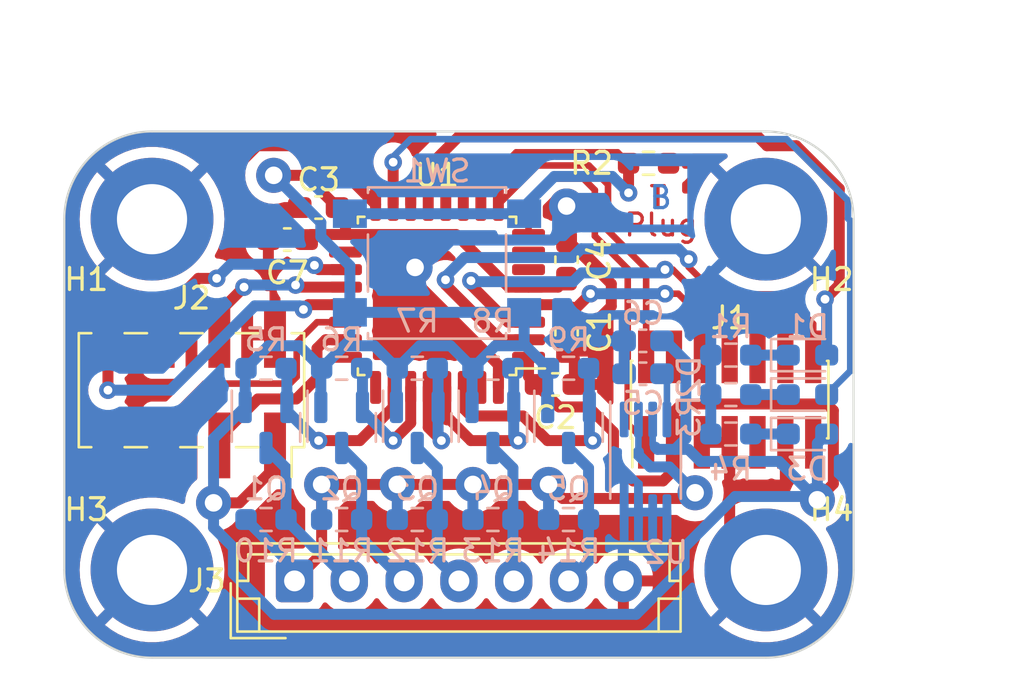
<source format=kicad_pcb>
(kicad_pcb (version 20221018) (generator pcbnew)
  (layers (0 "F.Cu" signal) (31 "B.Cu" signal) (34 "B.Paste" user) (35 "F.Paste" user) (36 "B.SilkS" user "B.Silkscreen") (37 "F.SilkS" user "F.Silkscreen") (38 "B.Mask" user) (39 "F.Mask" user) (44 "Edge.Cuts" user))
  (net 0 "")
  (net 1 "+5V")
  (net 2 "GND")
  (net 3 "+3.3V")
  (net 4 "Net-(D1-K)")
  (net 5 "Player1_LED")
  (net 6 "Net-(D3-K)")
  (net 7 "Status_LED")
  (net 8 "Data_Clock_SNES")
  (net 9 "Data_Latch_SNES")
  (net 10 "Net-(D2-K)")
  (net 11 "Serial_Data1_SNES")
  (net 12 "Serial_Data2_SNES")
  (net 13 "SPI_Chip_Select")
  (net 14 "Chip_Enable")
  (net 15 "SPI_Digital_Input")
  (net 16 "SPI_Clock")
  (net 17 "SPI_Digital_Output")
  (net 18 "IOBit_SNES")
  (net 19 "Data_Clock_STM32")
  (net 20 "Data_Latch_STM32")
  (net 21 "Appairing_Btn")
  (net 22 "Net-(U2-BP)")
  (net 23 "SWDIO")
  (net 24 "SWDCK")
  (net 28 "NRST")
  (net 29 "USART2_RX")
  (net 30 "USART2_TX")
  (net 31 "Serial_Data1_STM32")
  (net 32 "IOBit_STM32")
  (net 33 "Serial_Data2_STM32")
  (footprint "Connector_JST:JST_EH_B7B-EH-A_1x07_P2.50mm_Vertical" (layer "F.Cu") (at 106.5 100.5)
    (fp_text reference "J3")
    (fp_text value "Conn_01x07_Socket")
  )
  (footprint "MountingHole:MountingHole_3.2mm_M3_DIN965_Pad" (layer "F.Cu") (at 128 84)
    (fp_text reference "H2")
    (fp_text value "MountingHole_Pad")
  )
  (footprint "Capacitor_SMD:C_0603_1608Metric_Pad1.08x0.95mm_HandSolder" (layer "F.Cu") (at 106.17 84.93 180)
    (fp_text reference "C7")
    (fp_text value "10u")
  )
  (footprint "Capacitor_SMD:C_0603_1608Metric_Pad1.08x0.95mm_HandSolder" (layer "F.Cu") (at 118.4025 91.54)
    (fp_text reference "C2")
    (fp_text value "100n")
  )
  (footprint "MountingHole:MountingHole_3.2mm_M3_DIN965_Pad" (layer "F.Cu") (at 128 100)
    (fp_text reference "H4")
    (fp_text value "MountingHole_Pad")
  )
  (footprint "Package_QFP:LQFP-32_7x7mm_P0.8mm" (layer "F.Cu") (at 113 87.5 180)
    (fp_text reference "U1")
    (fp_text value "STM32L412KBTx")
  )
  (footprint "MountingHole:MountingHole_3.2mm_M3_DIN965_Pad" (layer "F.Cu") (at 100 84)
    (fp_text reference "H1")
    (fp_text value "MountingHole_Pad")
  )
  (footprint "Connector_PinSocket_2.54mm:PinSocket_2x04_P2.54mm_Vertical_SMD" (layer "F.Cu") (at 101.8 91.8 -90)
    (fp_text reference "J2")
    (fp_text value "Conn_01x08_Socket")
  )
  (footprint "MountingHole:MountingHole_3.2mm_M3_DIN965_Pad" (layer "F.Cu") (at 100 100)
    (fp_text reference "H3")
    (fp_text value "MountingHole_Pad")
  )
  (footprint "Capacitor_SMD:C_0603_1608Metric_Pad1.08x0.95mm_HandSolder" (layer "F.Cu") (at 107.6 83.47 180)
    (fp_text reference "C3")
    (fp_text value "100n")
  )
  (footprint "Capacitor_SMD:C_0603_1608Metric_Pad1.08x0.95mm_HandSolder" (layer "F.Cu") (at 118.91 85.85 90)
    (fp_text reference "C4")
    (fp_text value "100n")
  )
  (footprint "Capacitor_SMD:C_0603_1608Metric_Pad1.08x0.95mm_HandSolder" (layer "F.Cu") (at 118.91 89.1525 90)
    (fp_text reference "C1")
    (fp_text value "100n")
  )
  (footprint "Connector_PinHeader_1.27mm:PinHeader_2x07_P1.27mm_Vertical_SMD" (layer "F.Cu") (at 126.35 92.23 90)
    (fp_text reference "J1")
    (fp_text value "Conn_02x07_Odd_Even")
  )
  (footprint "Resistor_SMD:R_0603_1608Metric_Pad0.98x0.95mm_HandSolder" (layer "F.Cu") (at 122.65 81.45)
    (fp_text reference "R2")
    (fp_text value "10k")
  )
  (footprint "Package_TO_SOT_SMD:SOT-23" (layer "B.Cu") (at 119 93.5 -90)
    (fp_text reference "Q5")
    (fp_text value "2N7002")
  )
  (footprint "Capacitor_SMD:C_0603_1608Metric_Pad1.08x0.95mm_HandSolder" (layer "B.Cu") (at 122.4 89.55 180)
    (fp_text reference "C6")
    (fp_text value "2.2u")
  )
  (footprint "Diode_SMD:D_0603_1608Metric_Pad1.05x0.95mm_HandSolder" (layer "B.Cu") (at 129.9 92)
    (fp_text reference "D2")
    (fp_text value "LED_Small")
  )
  (footprint "Resistor_SMD:R_0603_1608Metric_Pad0.98x0.95mm_HandSolder" (layer "B.Cu") (at 126.4 92 180)
    (fp_text reference "R3")
    (fp_text value "1k")
  )
  (footprint "Resistor_SMD:R_0603_1608Metric_Pad0.98x0.95mm_HandSolder" (layer "B.Cu") (at 119 97.7)
    (fp_text reference "R14")
    (fp_text value "10k")
  )
  (footprint "Package_TO_SOT_SMD:SOT-23" (layer "B.Cu") (at 105.2 93.5 -90)
    (fp_text reference "Q1")
    (fp_text value "2N7002")
  )
  (footprint "Diode_SMD:D_0603_1608Metric_Pad1.05x0.95mm_HandSolder" (layer "B.Cu") (at 129.9 90.2)
    (fp_text reference "D1")
    (fp_text value "LED_Small")
  )
  (footprint "Resistor_SMD:R_0603_1608Metric_Pad0.98x0.95mm_HandSolder" (layer "B.Cu") (at 108.65 90.8)
    (fp_text reference "R6")
    (fp_text value "10k")
  )
  (footprint "Resistor_SMD:R_0603_1608Metric_Pad0.98x0.95mm_HandSolder" (layer "B.Cu") (at 105.2 90.8)
    (fp_text reference "R5")
    (fp_text value "10k")
  )
  (footprint "Capacitor_SMD:C_0603_1608Metric_Pad1.08x0.95mm_HandSolder" (layer "B.Cu") (at 122.4 91.05 180)
    (fp_text reference "C5")
    (fp_text value "470p")
  )
  (footprint "Package_SO:MSOP-8_3x3mm_P0.65mm" (layer "B.Cu") (at 122.5125 95.25 -90)
    (fp_text reference "U2")
    (fp_text value "MIC5219-3.3YMM")
  )
  (footprint "Resistor_SMD:R_0603_1608Metric_Pad0.98x0.95mm_HandSolder" (layer "B.Cu") (at 126.4 93.8 180)
    (fp_text reference "R4")
    (fp_text value "1k")
  )
  (footprint "Resistor_SMD:R_0603_1608Metric_Pad0.98x0.95mm_HandSolder" (layer "B.Cu") (at 105.2 97.7)
    (fp_text reference "R10")
    (fp_text value "10k")
  )
  (footprint "Resistor_SMD:R_0603_1608Metric_Pad0.98x0.95mm_HandSolder" (layer "B.Cu") (at 119 90.8)
    (fp_text reference "R9")
    (fp_text value "10k")
  )
  (footprint "Diode_SMD:D_0603_1608Metric_Pad1.05x0.95mm_HandSolder" (layer "B.Cu") (at 129.9 93.8)
    (fp_text reference "D3")
    (fp_text value "LED")
  )
  (footprint "Resistor_SMD:R_0603_1608Metric_Pad0.98x0.95mm_HandSolder" (layer "B.Cu") (at 112.1 90.8)
    (fp_text reference "R7")
    (fp_text value "10k")
  )
  (footprint "Package_TO_SOT_SMD:SOT-23" (layer "B.Cu") (at 108.65 93.5 -90)
    (fp_text reference "Q2")
    (fp_text value "2N7002")
  )
  (footprint "Resistor_SMD:R_0603_1608Metric_Pad0.98x0.95mm_HandSolder" (layer "B.Cu") (at 112.1 97.7)
    (fp_text reference "R12")
    (fp_text value "10k")
  )
  (footprint "Resistor_SMD:R_0603_1608Metric_Pad0.98x0.95mm_HandSolder" (layer "B.Cu") (at 126.4 90.2 180)
    (fp_text reference "R1")
    (fp_text value "1k")
  )
  (footprint "Button_Switch_SMD:SW_SPST_B3S-1000" (layer "B.Cu") (at 113 86 180)
    (fp_text reference "SW1")
    (fp_text value "SW_SPST")
  )
  (footprint "Package_TO_SOT_SMD:SOT-23" (layer "B.Cu") (at 115.55 93.5 -90)
    (fp_text reference "Q4")
    (fp_text value "2N7002")
  )
  (footprint "Resistor_SMD:R_0603_1608Metric_Pad0.98x0.95mm_HandSolder" (layer "B.Cu") (at 115.55 90.8)
    (fp_text reference "R8")
    (fp_text value "10k")
  )
  (footprint "Resistor_SMD:R_0603_1608Metric_Pad0.98x0.95mm_HandSolder" (layer "B.Cu") (at 115.55 97.7)
    (fp_text reference "R13")
    (fp_text value "10k")
  )
  (footprint "Resistor_SMD:R_0603_1608Metric_Pad0.98x0.95mm_HandSolder" (layer "B.Cu") (at 108.65 97.7)
    (fp_text reference "R11")
    (fp_text value "10k")
  )
  (footprint "Package_TO_SOT_SMD:SOT-23" (layer "B.Cu") (at 112.1 93.5 -90)
    (fp_text reference "Q3")
    (fp_text value "2N7002")
  )
  (gr_arc (start 100 104) (mid 97.171573 102.828427) (end 96 100) (stroke (width 0.1)) (layer "Edge.Cuts"))
  (gr_line (start 128 104) (end 100 104) (stroke (width 0.1)) (layer "Edge.Cuts"))
  (gr_arc (start 96 84) (mid 97.171573 81.171573) (end 100 80) (stroke (width 0.1)) (layer "Edge.Cuts"))
  (gr_arc (start 128 80) (mid 130.828427 81.171573) (end 132 84) (stroke (width 0.1)) (layer "Edge.Cuts"))
  (gr_arc (start 132 100) (mid 130.828427 102.828427) (end 128 104) (stroke (width 0.1)) (layer "Edge.Cuts"))
  (gr_line (start 96 84) (end 96 100) (stroke (width 0.1)) (layer "Edge.Cuts"))
  (gr_line (start 128 80) (end 100 80) (stroke (width 0.1)) (layer "Edge.Cuts"))
  (gr_line (start 132 84) (end 132 100) (stroke (width 0.1)) (layer "Edge.Cuts"))
  (gr_text "Plug" (at 121.45 84.85) (layer "F.Cu") (effects (font (size 1 1)) (justify left bottom)))
  (gr_text "T" (at 122.6 83.6) (layer "F.Cu") (effects (font (size 1 1)) (justify left bottom)))
  (gr_text "B" (at 122.6 83.6) (layer "B.Cu") (effects (font (size 1 1)) (justify left bottom)))
  (segment (start 114.6375 96.1) (end 118.0875 96.1) (width 0.5) (layer "F.Cu") (net 1))
  (segment (start 118.0875 96.1) (end 118.7275 96.74) (width 0.5) (layer "F.Cu") (net 1))
  (segment (start 107.7375 96.1) (end 107.7375 99.2625) (width 0.5) (layer "F.Cu") (net 1))
  (segment (start 124.514323 96.74) (end 124.774821 96.479502) (width 0.5) (layer "F.Cu") (net 1))
  (segment (start 118.7275 96.74) (end 124.514323 96.74) (width 0.5) (layer "F.Cu") (net 1))
  (segment (start 107.7375 96.1) (end 111.1875 96.1) (width 0.5) (layer "F.Cu") (net 1))
  (segment (start 114.6375 96.1) (end 111.1875 96.1) (width 0.5) (layer "F.Cu") (net 1))
  (segment (start 107.7375 99.2625) (end 106.5 100.5) (width 0.5) (layer "F.Cu") (net 1))
  (via (at 107.7375 96.1) (size 1.6) (drill 0.8) (layers "F.Cu" "B.Cu") (net 1))
  (via (at 118.0875 96.1) (size 1.6) (drill 0.8) (layers "F.Cu" "B.Cu") (net 1))
  (via (at 114.6375 96.1) (size 1.6) (drill 0.8) (layers "F.Cu" "B.Cu") (net 1))
  (via (at 124.774821 96.479502) (size 1.6) (drill 0.8) (layers "F.Cu" "B.Cu") (net 1))
  (via (at 111.1875 96.1) (size 1.6) (drill 0.8) (layers "F.Cu" "B.Cu") (net 1))
  (segment (start 106.5 100.5) (end 106.5 99.9125) (width 0.5) (layer "B.Cu") (net 1))
  (segment (start 106.5 99.9125) (end 104.2875 97.7) (width 0.5) (layer "B.Cu") (net 1))
  (segment (start 122.1875 94.75887) (end 122.1875 94.61745) (width 0.5) (layer "B.Cu") (net 1))
  (segment (start 124.774821 96.479502) (end 123.595319 95.3) (width 0.5) (layer "B.Cu") (net 1))
  (segment (start 114.6375 96.1) (end 114.6375 97.7) (width 0.5) (layer "B.Cu") (net 1))
  (segment (start 122.1875 93.1375) (end 122.1875 94.61745) (width 0.3) (layer "B.Cu") (net 1))
  (segment (start 111.1875 96.1) (end 111.1875 97.7) (width 0.5) (layer "B.Cu") (net 1))
  (segment (start 107.7375 97.7) (end 107.7375 96.1) (width 0.5) (layer "B.Cu") (net 1))
  (segment (start 122.72863 95.3) (end 122.1875 94.75887) (width 0.5) (layer "B.Cu") (net 1))
  (segment (start 123.595319 95.3) (end 122.72863 95.3) (width 0.5) (layer "B.Cu") (net 1))
  (segment (start 118.0875 96.1) (end 118.0875 97.7) (width 0.5) (layer "B.Cu") (net 1))
  (segment (start 126.35 94.18) (end 126.35 98.35) (width 0.5) (layer "F.Cu") (net 2))
  (segment (start 118.91 83.4) (end 118.91 84.9875) (width 0.5) (layer "F.Cu") (net 2))
  (segment (start 115.8 91.675) (end 115.8 90.644003) (width 0.5) (layer "F.Cu") (net 2))
  (segment (start 103.65 83.2725) (end 105.3075 84.93) (width 0.5) (layer "F.Cu") (net 2))
  (segment (start 120.950393 87.974607) (end 120.950393 86.950393) (width 0.5) (layer "F.Cu") (net 2))
  (segment (start 126.35 98.35) (end 128 100) (width 0.5) (layer "F.Cu") (net 2))
  (segment (start 118.91 90.015) (end 120.950393 87.974607) (width 0.5) (layer "F.Cu") (net 2))
  (segment (start 119.265 90.37) (end 118.91 90.015) (width 0.5) (layer "F.Cu") (net 2))
  (segment (start 107.525 80.65) (end 104.8 80.65) (width 0.5) (layer "F.Cu") (net 2))
  (segment (start 112 86.844003) (end 112 86.2) (width 0.5) (layer "F.Cu") (net 2))
  (segment (start 118.9875 84.9875) (end 118.91 84.9875) (width 0.5) (layer "F.Cu") (net 2))
  (segment (start 119.265 91.54) (end 119.265 90.37) (width 0.5) (layer "F.Cu") (net 2))
  (segment (start 104.8 80.65) (end 103.65 81.8) (width 0.5) (layer "F.Cu") (net 2))
  (segment (start 115.8 90.644003) (end 112 86.844003) (width 0.5) (layer "F.Cu") (net 2))
  (segment (start 110.2 83.325) (end 107.525 80.65) (width 0.5) (layer "F.Cu") (net 2))
  (segment (start 120.950393 86.950393) (end 118.9875 84.9875) (width 0.5) (layer "F.Cu") (net 2))
  (segment (start 103.65 81.8) (end 103.65 83.2725) (width 0.5) (layer "F.Cu") (net 2))
  (via (at 112 86.2) (size 1.6) (drill 0.8) (layers "F.Cu" "B.Cu") (net 2))
  (via (at 118.91 83.4) (size 1.6) (drill 0.8) (layers "F.Cu" "B.Cu") (net 2))
  (segment (start 118.91 83.4) (end 118.91 84.34) (width 0.5) (layer "B.Cu") (net 2))
  (segment (start 118.3 84.95) (end 113.25 84.95) (width 0.5) (layer "B.Cu") (net 2))
  (segment (start 118.91 84.34) (end 118.3 84.95) (width 0.5) (layer "B.Cu") (net 2))
  (segment (start 113.25 84.95) (end 112 86.2) (width 0.5) (layer "B.Cu") (net 2))
  (segment (start 117.175 90.3) (end 117.175 91.175) (width 0.5) (layer "F.Cu") (net 3))
  (segment (start 106.9925 82) (end 108.4625 83.47) (width 0.5) (layer "F.Cu") (net 3))
  (segment (start 131.08 92.73) (end 131.08 96.07) (width 0.5) (layer "F.Cu") (net 3))
  (segment (start 124.16 92.43) (end 130.78 92.43) (width 0.5) (layer "F.Cu") (net 3))
  (segment (start 121.05 93.706497) (end 119.908503 92.565) (width 0.5) (layer "F.Cu") (net 3))
  (segment (start 119.908503 92.565) (end 118.565 92.565) (width 0.5) (layer "F.Cu") (net 3))
  (segment (start 121.05 95.039999) (end 121.05 93.706497) (width 0.5) (layer "F.Cu") (net 3))
  (segment (start 117.175 91.175) (end 117.54 91.54) (width 0.5) (layer "F.Cu") (net 3))
  (segment (start 123.81 94.18) (end 123.81 92.78) (width 0.5) (layer "F.Cu") (net 3))
  (segment (start 116.270406 87.1) (end 113.870406 84.7) (width 0.5) (layer "F.Cu") (net 3))
  (segment (start 123.31 95.94) (end 121.950001 95.94) (width 0.5) (layer "F.Cu") (net 3))
  (segment (start 117.175 87.1) (end 118.5225 87.1) (width 0.5) (layer "F.Cu") (net 3))
  (segment (start 105.55 82) (end 106.9925 82) (width 0.5) (layer "F.Cu") (net 3))
  (segment (start 123.81 95.44) (end 123.31 95.94) (width 0.5) (layer "F.Cu") (net 3))
  (segment (start 123.81 94.18) (end 123.81 95.44) (width 0.5) (layer "F.Cu") (net 3))
  (segment (start 108.825 84.7) (end 108.825 83.8325) (width 0.5) (layer "F.Cu") (net 3))
  (segment (start 113.870406 84.7) (end 108.825 84.7) (width 0.5) (layer "F.Cu") (net 3))
  (segment (start 123.81 92.78) (end 124.16 92.43) (width 0.5) (layer "F.Cu") (net 3))
  (segment (start 131.08 96.07) (end 130.35 96.8) (width 0.5) (layer "F.Cu") (net 3))
  (segment (start 108.825 83.8325) (end 108.4625 83.47) (width 0.5) (layer "F.Cu") (net 3))
  (segment (start 108.825 84.7) (end 107.2625 84.7) (width 0.5) (layer "F.Cu") (net 3))
  (segment (start 105.61 95.32) (end 103.990755 96.939245) (width 0.5) (layer "F.Cu") (net 3))
  (segment (start 118.5225 87.1) (end 118.91 86.7125) (width 0.5) (layer "F.Cu") (net 3))
  (segment (start 130.78 92.43) (end 131.08 92.73) (width 0.5) (layer "F.Cu") (net 3))
  (segment (start 107.2625 84.7) (end 107.0325 84.93) (width 0.5) (layer "F.Cu") (net 3))
  (segment (start 117.175 87.1) (end 116.270406 87.1) (width 0.5) (layer "F.Cu") (net 3))
  (segment (start 105.61 94.32) (end 105.61 95.32) (width 0.5) (layer "F.Cu") (net 3))
  (segment (start 118.565 92.565) (end 117.54 91.54) (width 0.5) (layer "F.Cu") (net 3))
  (segment (start 103.990755 96.939245) (end 102.807144 96.939245) (width 0.5) (layer "F.Cu") (net 3))
  (segment (start 121.950001 95.94) (end 121.05 95.039999) (width 0.5) (layer "F.Cu") (net 3))
  (via (at 105.55 82) (size 1.6) (drill 0.8) (layers "F.Cu" "B.Cu") (net 3))
  (via (at 102.807144 96.939245) (size 1.6) (drill 0.8) (layers "F.Cu" "B.Cu") (net 3))
  (via (at 130.35 96.8) (size 1.6) (drill 0.8) (layers "F.Cu" "B.Cu") (net 3))
  (segment (start 116.975 89.711307) (end 117.038693 89.775) (width 0.5) (layer "B.Cu") (net 3))
  (segment (start 116.975 88.25) (end 116.975 89.711307) (width 0.5) (layer "B.Cu") (net 3))
  (segment (start 111.15 92.5625) (end 111.15 90.8375) (width 0.5) (layer "B.Cu") (net 3))
  (segment (start 107.7 90.8375) (end 107.7375 90.8) (width 0.5) (layer "B.Cu") (net 3))
  (segment (start 108.7625 89.775) (end 107.7375 90.8) (width 0.5) (layer "B.Cu") (net 3))
  (segment (start 114.6375 90.8) (end 113.6125 89.775) (width 0.5) (layer "B.Cu") (net 3))
  (segment (start 113.6125 89.775) (end 112.2125 89.775) (width 0.5) (layer "B.Cu") (net 3))
  (segment (start 123.856739 94.5) (end 124.466307 94.5) (width 0.5) (layer "B.Cu") (net 3))
  (segment (start 109.025 89.5125) (end 108.7625 89.775) (width 0.5) (layer "B.Cu") (net 3))
  (segment (start 130.2 96.65) (end 126.6 96.65) (width 0.5) (layer "B.Cu") (net 3))
  (segment (start 126.6 96.65) (end 124.275 98.975) (width 0.5) (layer "B.Cu") (net 3))
  (segment (start 111.1875 90.8) (end 111.163693 90.8) (width 0.5) (layer "B.Cu") (net 3))
  (segment (start 130.35 94.225) (end 130.775 93.8) (width 0.5) (layer "B.Cu") (net 3))
  (segment (start 114.6 90.8375) (end 114.6375 90.8) (width 0.5) (layer "B.Cu") (net 3))
  (segment (start 125.016307 95.05) (end 128.6 95.05) (width 0.5) (layer "B.Cu") (net 3))
  (segment (start 103.711307 98.973691) (end 102.807144 98.069528) (width 0.5) (layer "B.Cu") (net 3))
  (segment (start 111.163693 90.8) (end 110.138693 89.775) (width 0.5) (layer "B.Cu") (net 3))
  (segment (start 122.079899 102.025) (end 105.568629 102.025) (width 0.5) (layer "B.Cu") (net 3))
  (segment (start 130.35 96.8) (end 130.35 94.225) (width 0.5) (layer "B.Cu") (net 3))
  (segment (start 130.35 96.8) (end 130.2 96.65) (width 0.5) (layer "B.Cu") (net 3))
  (segment (start 109.025 88.25) (end 116.975 88.25) (width 0.5) (layer "B.Cu") (net 3))
  (segment (start 106.7125 89.775) (end 105.3125 89.775) (width 0.5) (layer "B.Cu") (net 3))
  (segment (start 105.55 82) (end 107.7 84.15) (width 0.5) (layer "B.Cu") (net 3))
  (segment (start 122.96 94.4) (end 122.8375 94.2775) (width 0.3) (layer "B.Cu") (net 3))
  (segment (start 104.25 90.8375) (end 104.2875 90.8) (width 0.5) (layer "B.Cu") (net 3))
  (segment (start 124.275 99.829899) (end 122.079899 102.025) (width 0.5) (layer "B.Cu") (net 3))
  (segment (start 122.96 94.4) (end 123.06 94.5) (width 0.5) (layer "B.Cu") (net 3))
  (segment (start 128.6 95.05) (end 130.35 96.8) (width 0.5) (layer "B.Cu") (net 3))
  (segment (start 109.025 86.125) (end 109.025 88.25) (width 0.5) (layer "B.Cu") (net 3))
  (segment (start 117.038693 89.775) (end 115.6625 89.775) (width 0.5) (layer "B.Cu") (net 3))
  (segment (start 115.6625 89.775) (end 114.6375 90.8) (width 0.5) (layer "B.Cu") (net 3))
  (segment (start 124.275 98.975) (end 124.275 99.829899) (width 0.5) (layer "B.Cu") (net 3))
  (segment (start 105.3125 89.775) (end 104.2875 90.8) (width 0.5) (layer "B.Cu") (net 3))
  (segment (start 123.06 94.5) (end 123.856739 94.5) (width 0.5) (layer "B.Cu") (net 3))
  (segment (start 124.35 90.486307) (end 123.413693 89.55) (width 0.5) (layer "B.Cu") (net 3))
  (segment (start 107.7375 90.8) (end 106.7125 89.775) (width 0.5) (layer "B.Cu") (net 3))
  (segment (start 110.138693 89.775) (end 108.7625 89.775) (width 0.5) (layer "B.Cu") (net 3))
  (segment (start 104.25 92.5625) (end 104.25 90.8375) (width 0.5) (layer "B.Cu") (net 3))
  (segment (start 123.413693 89.55) (end 123.2625 89.55) (width 0.5) (layer "B.Cu") (net 3))
  (segment (start 118.05 90.8375) (end 118.0875 90.8) (width 0.5) (layer "B.Cu") (net 3))
  (segment (start 109.025 88.25) (end 109.025 89.5125) (width 0.5) (layer "B.Cu") (net 3))
  (segment (start 124.35 90.486307) (end 124.35 94.006739) (width 0.5) (layer "B.Cu") (net 3))
  (segment (start 122.8375 94.2775) (end 122.8375 93.1375) (width 0.3) (layer "B.Cu") (net 3))
  (segment (start 107.7 84.15) (end 107.7 84.8) (width 0.5) (layer "B.Cu") (net 3))
  (segment (start 124.35 94.006739) (end 123.856739 94.5) (width 0.5) (layer "B.Cu") (net 3))
  (segment (start 112.2125 89.775) (end 111.1875 90.8) (width 0.5) (layer "B.Cu") (net 3))
  (segment (start 107.7 92.5625) (end 107.7 90.8375) (width 0.5) (layer "B.Cu") (net 3))
  (segment (start 124.466307 94.5) (end 125.016307 95.05) (width 0.5) (layer "B.Cu") (net 3))
  (segment (start 103.711307 100.167678) (end 103.711307 98.973691) (width 0.5) (layer "B.Cu") (net 3))
  (segment (start 102.807144 94.005356) (end 104.25 92.5625) (width 0.5) (layer "B.Cu") (net 3))
  (segment (start 102.807144 98.069528) (end 102.807144 96.939245) (width 0.5) (layer "B.Cu") (net 3))
  (segment (start 111.15 90.8375) (end 111.1875 90.8) (width 0.5) (layer "B.Cu") (net 3))
  (segment (start 114.6 92.5625) (end 114.6 90.8375) (width 0.5) (layer "B.Cu") (net 3))
  (segment (start 118.0875 90.8) (end 118.063693 90.8) (width 0.5) (layer "B.Cu") (net 3))
  (segment (start 105.568629 102.025) (end 103.711307 100.167678) (width 0.5) (layer "B.Cu") (net 3))
  (segment (start 107.7 84.8) (end 109.025 86.125) (width 0.5) (layer "B.Cu") (net 3))
  (segment (start 102.807144 96.939245) (end 102.807144 94.005356) (width 0.5) (layer "B.Cu") (net 3))
  (segment (start 118.063693 90.8) (end 117.038693 89.775) (width 0.5) (layer "B.Cu") (net 3))
  (segment (start 118.05 92.5625) (end 118.05 90.8375) (width 0.5) (layer "B.Cu") (net 3))
  (segment (start 127.3125 90.2) (end 129.025 90.2) (width 0.5) (layer "B.Cu") (net 4))
  (segment (start 111.8 83.325) (end 111.8 82.420406) (width 0.5) (layer "F.Cu") (net 5))
  (segment (start 128.05 80.65) (end 129.387616 80.65) (width 0.5) (layer "F.Cu") (net 5))
  (segment (start 129.387616 80.65) (end 131.35 82.612384) (width 0.5) (layer "F.Cu") (net 5))
  (segment (start 113.970406 80.25) (end 127.65 80.25) (width 0.5) (layer "F.Cu") (net 5))
  (segment (start 131.35 87) (end 130.7 87.65) (width 0.5) (layer "F.Cu") (net 5))
  (segment (start 111.8 82.420406) (end 113.970406 80.25) (width 0.5) (layer "F.Cu") (net 5))
  (segment (start 131.35 82.612384) (end 131.35 87) (width 0.5) (layer "F.Cu") (net 5))
  (segment (start 127.65 80.25) (end 128.05 80.65) (width 0.5) (layer "F.Cu") (net 5))
  (via (at 130.7 87.65) (size 0.8) (drill 0.4) (layers "F.Cu" "B.Cu") (net 5))
  (segment (start 130.775 87.725) (end 130.7 87.65) (width 0.5) (layer "B.Cu") (net 5))
  (segment (start 130.775 90.2) (end 130.775 87.725) (width 0.5) (layer "B.Cu") (net 5))
  (segment (start 127.3125 93.8) (end 129.025 93.8) (width 0.5) (layer "B.Cu") (net 6))
  (segment (start 111 83.325) (end 111 81.4) (width 0.5) (layer "F.Cu") (net 7))
  (via (at 111 81.4) (size 0.8) (drill 0.4) (layers "F.Cu" "B.Cu") (net 7))
  (segment (start 111 81.4) (end 111 81.147918) (width 0.3) (layer "B.Cu") (net 7))
  (segment (start 131.85 84.070198) (end 131.85 90.925) (width 0.3) (layer "B.Cu") (net 7))
  (segment (start 131.749442 83.153247) (end 131.749442 83.96964) (width 0.3) (layer "B.Cu") (net 7))
  (segment (start 128.946195 80.35) (end 131.749442 83.153247) (width 0.3) (layer "B.Cu") (net 7))
  (segment (start 111.797918 80.35) (end 128.946195 80.35) (width 0.3) (layer "B.Cu") (net 7))
  (segment (start 111 81.147918) (end 111.797918 80.35) (width 0.3) (layer "B.Cu") (net 7))
  (segment (start 131.85 90.925) (end 130.775 92) (width 0.3) (layer "B.Cu") (net 7))
  (segment (start 131.749442 83.96964) (end 131.85 84.070198) (width 0.3) (layer "B.Cu") (net 7))
  (segment (start 106.1125 95.35) (end 105.2 94.4375) (width 0.5) (layer "B.Cu") (net 8))
  (segment (start 106.1125 97.7) (end 106.1125 95.35) (width 0.5) (layer "B.Cu") (net 8))
  (segment (start 106.1125 97.7) (end 107.3875 98.975) (width 0.5) (layer "B.Cu") (net 8))
  (segment (start 107.475 98.975) (end 109 100.5) (width 0.5) (layer "B.Cu") (net 8))
  (segment (start 107.3875 98.975) (end 107.475 98.975) (width 0.5) (layer "B.Cu") (net 8))
  (segment (start 109.5625 97.7) (end 109.5625 95.35) (width 0.5) (layer "B.Cu") (net 9))
  (segment (start 109.5625 97.7) (end 109.5625 98.5625) (width 0.5) (layer "B.Cu") (net 9))
  (segment (start 109.5625 95.35) (end 108.65 94.4375) (width 0.5) (layer "B.Cu") (net 9))
  (segment (start 109.5625 98.5625) (end 111.5 100.5) (width 0.5) (layer "B.Cu") (net 9))
  (segment (start 129.025 92) (end 127.3125 92) (width 0.5) (layer "B.Cu") (net 10))
  (segment (start 113.0125 97.7) (end 113.0125 99.5125) (width 0.5) (layer "B.Cu") (net 11))
  (segment (start 113.0125 97.7) (end 113.0125 95.35) (width 0.5) (layer "B.Cu") (net 11))
  (segment (start 113.0125 99.5125) (end 114 100.5) (width 0.5) (layer "B.Cu") (net 11))
  (segment (start 113.0125 95.35) (end 112.1 94.4375) (width 0.5) (layer "B.Cu") (net 11))
  (segment (start 116.4625 100.4625) (end 116.5 100.5) (width 0.5) (layer "B.Cu") (net 12))
  (segment (start 116.4625 97.7) (end 116.4625 100.4625) (width 0.5) (layer "B.Cu") (net 12))
  (segment (start 116.4625 97.7) (end 116.4625 95.35) (width 0.5) (layer "B.Cu") (net 12))
  (segment (start 116.4625 95.35) (end 115.55 94.4375) (width 0.5) (layer "B.Cu") (net 12))
  (segment (start 103.07 93.96) (end 103.07 94.32) (width 0.5) (layer "F.Cu") (net 13))
  (segment (start 107.920406 89.5) (end 107.525 89.895406) (width 0.5) (layer "F.Cu") (net 13))
  (segment (start 106.579949 92.2) (end 104.83 92.2) (width 0.5) (layer "F.Cu") (net 13))
  (segment (start 107.525 89.895406) (end 107.525 91.254949) (width 0.5) (layer "F.Cu") (net 13))
  (segment (start 104.83 92.2) (end 103.07 93.96) (width 0.5) (layer "F.Cu") (net 13))
  (segment (start 107.525 91.254949) (end 106.579949 92.2) (width 0.5) (layer "F.Cu") (net 13))
  (segment (start 108.825 89.5) (end 107.920406 89.5) (width 0.5) (layer "F.Cu") (net 13))
  (segment (start 106.549116 87.003819) (end 106.645297 87.1) (width 0.5) (layer "F.Cu") (net 14))
  (segment (start 106.645297 87.1) (end 108.825 87.1) (width 0.5) (layer "F.Cu") (net 14))
  (segment (start 103.07 89.28) (end 103.07 88.226314) (width 0.5) (layer "F.Cu") (net 14))
  (segment (start 103.07 88.226314) (end 104.196314 87.1) (width 0.5) (layer "F.Cu") (net 14))
  (via (at 106.549116 87.003819) (size 0.8) (drill 0.4) (layers "F.Cu" "B.Cu") (net 14))
  (via (at 104.196314 87.1) (size 0.8) (drill 0.4) (layers "F.Cu" "B.Cu") (net 14))
  (segment (start 106.549116 87.003819) (end 104.292495 87.003819) (width 0.5) (layer "B.Cu") (net 14))
  (segment (start 104.292495 87.003819) (end 104.196314 87.1) (width 0.5) (layer "B.Cu") (net 14))
  (segment (start 106.907615 88.12101) (end 107.128625 87.9) (width 0.5) (layer "F.Cu") (net 15))
  (segment (start 107.128625 87.9) (end 108.825 87.9) (width 0.5) (layer "F.Cu") (net 15))
  (segment (start 97.99 91.8) (end 97.99 89.28) (width 0.5) (layer "F.Cu") (net 15))
  (via (at 106.907615 88.12101) (size 0.8) (drill 0.4) (layers "F.Cu" "B.Cu") (net 15))
  (via (at 97.99 91.8) (size 0.8) (drill 0.4) (layers "F.Cu" "B.Cu") (net 15))
  (segment (start 106.740424 87.953819) (end 104.685998 87.953819) (width 0.5) (layer "B.Cu") (net 15))
  (segment (start 106.907615 88.12101) (end 106.740424 87.953819) (width 0.5) (layer "B.Cu") (net 15))
  (segment (start 104.685998 87.953819) (end 100.839817 91.8) (width 0.5) (layer "B.Cu") (net 15))
  (segment (start 100.839817 91.8) (end 97.99 91.8) (width 0.5) (layer "B.Cu") (net 15))
  (segment (start 102.11 86.7) (end 102.95 86.7) (width 0.5) (layer "F.Cu") (net 16))
  (segment (start 107.408225 86.101436) (end 107.606789 86.3) (width 0.5) (layer "F.Cu") (net 16))
  (segment (start 100.53 88.28) (end 102.11 86.7) (width 0.5) (layer "F.Cu") (net 16))
  (segment (start 100.53 89.28) (end 100.53 88.28) (width 0.5) (layer "F.Cu") (net 16))
  (segment (start 107.606789 86.3) (end 108.825 86.3) (width 0.5) (layer "F.Cu") (net 16))
  (via (at 107.408225 86.101436) (size 0.8) (drill 0.4) (layers "F.Cu" "B.Cu") (net 16))
  (via (at 102.95 86.7) (size 0.8) (drill 0.4) (layers "F.Cu" "B.Cu") (net 16))
  (segment (start 107.360608 86.053819) (end 103.596181 86.053819) (width 0.5) (layer "B.Cu") (net 16))
  (segment (start 107.408225 86.101436) (end 107.360608 86.053819) (width 0.5) (layer "B.Cu") (net 16))
  (segment (start 103.596181 86.053819) (end 102.95 86.7) (width 0.5) (layer "B.Cu") (net 16))
  (segment (start 107.53 88.7) (end 106.6 89.63) (width 0.3) (layer "F.Cu") (net 17))
  (segment (start 106.29 91.5) (end 102.4 91.5) (width 0.3) (layer "F.Cu") (net 17))
  (segment (start 108.825 88.7) (end 107.53 88.7) (width 0.3) (layer "F.Cu") (net 17))
  (segment (start 100.53 93.37) (end 100.53 94.32) (width 0.3) (layer "F.Cu") (net 17))
  (segment (start 106.6 91.19) (end 106.29 91.5) (width 0.3) (layer "F.Cu") (net 17))
  (segment (start 106.6 89.63) (end 106.6 91.19) (width 0.3) (layer "F.Cu") (net 17))
  (segment (start 102.4 91.5) (end 100.53 93.37) (width 0.3) (layer "F.Cu") (net 17))
  (segment (start 119.9125 97.7) (end 119.9125 95.35) (width 0.5) (layer "B.Cu") (net 18))
  (segment (start 119.9125 95.35) (end 119 94.4375) (width 0.5) (layer "B.Cu") (net 18))
  (segment (start 119.9125 97.7) (end 119.9125 99.5875) (width 0.5) (layer "B.Cu") (net 18))
  (segment (start 119.9125 99.5875) (end 119 100.5) (width 0.5) (layer "B.Cu") (net 18))
  (segment (start 107.6 94.1) (end 109.479594 94.1) (width 0.5) (layer "F.Cu") (net 19))
  (segment (start 111 92.579594) (end 111 91.675) (width 0.5) (layer "F.Cu") (net 19))
  (segment (start 109.479594 94.1) (end 111 92.579594) (width 0.5) (layer "F.Cu") (net 19))
  (via (at 107.6 94.1) (size 0.8) (drill 0.4) (layers "F.Cu" "B.Cu") (net 19))
  (segment (start 106.15 92.5625) (end 106.15 92.739949) (width 0.5) (layer "B.Cu") (net 19))
  (segment (start 107.510051 94.1) (end 107.6 94.1) (width 0.5) (layer "B.Cu") (net 19))
  (segment (start 106.15 92.739949) (end 107.510051 94.1) (width 0.5) (layer "B.Cu") (net 19))
  (segment (start 106.15 92.5625) (end 106.15 90.8375) (width 0.5) (layer "B.Cu") (net 19))
  (segment (start 106.15 90.8375) (end 106.1125 90.8) (width 0.5) (layer "B.Cu") (net 19))
  (segment (start 111.8 93.3) (end 111.8 91.675) (width 0.5) (layer "F.Cu") (net 20))
  (segment (start 111 94.1) (end 111.8 93.3) (width 0.5) (layer "F.Cu") (net 20))
  (via (at 111 94.1) (size 0.8) (drill 0.4) (layers "F.Cu" "B.Cu") (net 20))
  (segment (start 111 94.1) (end 110.960051 94.1) (width 0.5) (layer "B.Cu") (net 20))
  (segment (start 109.6 90.8375) (end 109.5625 90.8) (width 0.5) (layer "B.Cu") (net 20))
  (segment (start 109.6 92.5625) (end 109.6 90.8375) (width 0.5) (layer "B.Cu") (net 20))
  (segment (start 110.960051 94.1) (end 109.6 92.739949) (width 0.5) (layer "B.Cu") (net 20))
  (segment (start 109.6 92.739949) (end 109.6 92.5625) (width 0.5) (layer "B.Cu") (net 20))
  (segment (start 116.611827 80.95) (end 121.2375 80.95) (width 0.3) (layer "F.Cu") (net 21))
  (segment (start 115 82.561827) (end 116.611827 80.95) (width 0.3) (layer "F.Cu") (net 21))
  (segment (start 121.7375 81.45) (end 121.7375 82.798431) (width 0.5) (layer "F.Cu") (net 21))
  (segment (start 115 83.325) (end 115 82.561827) (width 0.3) (layer "F.Cu") (net 21))
  (segment (start 121.2375 80.95) (end 121.7375 81.45) (width 0.3) (layer "F.Cu") (net 21))
  (via (at 121.7375 82.798431) (size 0.8) (drill 0.4) (layers "F.Cu" "B.Cu") (net 21))
  (segment (start 118.350811 82.05) (end 120.989069 82.05) (width 0.5) (layer "B.Cu") (net 21))
  (segment (start 120.989069 82.05) (end 121.7375 82.798431) (width 0.5) (layer "B.Cu") (net 21))
  (segment (start 116.975 83.75) (end 116.975 83.425811) (width 0.5) (layer "B.Cu") (net 21))
  (segment (start 116.975 83.75) (end 109.025 83.75) (width 0.5) (layer "B.Cu") (net 21))
  (segment (start 116.975 83.425811) (end 118.350811 82.05) (width 0.5) (layer "B.Cu") (net 21))
  (segment (start 123.4875 93.1375) (end 123.4875 91.275) (width 0.3) (layer "B.Cu") (net 22))
  (segment (start 123.4875 91.275) (end 123.2625 91.05) (width 0.3) (layer "B.Cu") (net 22))
  (segment (start 122.54 86.2592) (end 120.8 84.5192) (width 0.3) (layer "F.Cu") (net 23))
  (segment (start 120.8 84.5192) (end 120.8 82.423705) (width 0.3) (layer "F.Cu") (net 23))
  (segment (start 117.575 81.55) (end 115.8 83.325) (width 0.3) (layer "F.Cu") (net 23))
  (segment (start 122.54 90.28) (end 122.54 86.2592) (width 0.3) (layer "F.Cu") (net 23))
  (segment (start 119.926295 81.55) (end 117.575 81.55) (width 0.3) (layer "F.Cu") (net 23))
  (segment (start 120.8 82.423705) (end 119.926295 81.55) (width 0.3) (layer "F.Cu") (net 23))
  (segment (start 117.175 83.117233) (end 117.175 84.7) (width 0.3) (layer "F.Cu") (net 24))
  (segment (start 121.7 93.34) (end 121.7 86.267728) (width 0.3) (layer "F.Cu") (net 24))
  (segment (start 122.54 94.18) (end 121.7 93.34) (width 0.3) (layer "F.Cu") (net 24))
  (segment (start 120.2 84.767728) (end 120.2 82.672233) (width 0.3) (layer "F.Cu") (net 24))
  (segment (start 121.7 86.267728) (end 120.2 84.767728) (width 0.3) (layer "F.Cu") (net 24))
  (segment (start 119.677767 82.15) (end 118.142233 82.15) (width 0.3) (layer "F.Cu") (net 24))
  (segment (start 120.2 82.672233) (end 119.677767 82.15) (width 0.3) (layer "F.Cu") (net 24))
  (segment (start 118.142233 82.15) (end 117.175 83.117233) (width 0.3) (layer "F.Cu") (net 24))
  (segment (start 118.91 88.29) (end 119.110893 88.29) (width 0.5) (layer "F.Cu") (net 28))
  (segment (start 124.005026 87.4) (end 123.4 87.4) (width 0.3) (layer "F.Cu") (net 28))
  (segment (start 118.52 87.9) (end 117.175 87.9) (width 0.5) (layer "F.Cu") (net 28))
  (segment (start 127.62 90.28) (end 127.62 89.08) (width 0.3) (layer "F.Cu") (net 28))
  (segment (start 118.91 88.29) (end 118.52 87.9) (width 0.5) (layer "F.Cu") (net 28))
  (segment (start 127.62 89.08) (end 127.17 88.63) (width 0.3) (layer "F.Cu") (net 28))
  (segment (start 127.17 88.63) (end 125.235026 88.63) (width 0.3) (layer "F.Cu") (net 28))
  (segment (start 119.110893 88.29) (end 120.000393 87.4005) (width 0.5) (layer "F.Cu") (net 28))
  (segment (start 125.235026 88.63) (end 124.005026 87.4) (width 0.3) (layer "F.Cu") (net 28))
  (via (at 120.000393 87.4005) (size 0.8) (drill 0.4) (layers "F.Cu" "B.Cu") (net 28))
  (via (at 123.4 87.4) (size 0.8) (drill 0.4) (layers "F.Cu" "B.Cu") (net 28))
  (segment (start 120.000393 87.4005) (end 123.3995 87.4005) (width 0.5) (layer "B.Cu") (net 28))
  (segment (start 123.3995 87.4005) (end 123.4 87.4) (width 0.5) (layer "B.Cu") (net 28))
  (segment (start 123.4 86.3) (end 123.453986 86.3) (width 0.3) (layer "F.Cu") (net 29))
  (segment (start 114.548539 86.807272) (end 114.548539 86.998539) (width 0.5) (layer "F.Cu") (net 29))
  (segment (start 123.753554 86.3) (end 123.4 86.3) (width 0.3) (layer "F.Cu") (net 29))
  (segment (start 127.84 88.03) (end 125.483554 88.03) (width 0.3) (layer "F.Cu") (net 29))
  (segment (start 116.25 88.7) (end 117.175 88.7) (width 0.5) (layer "F.Cu") (net 29))
  (segment (start 114.548539 86.998539) (end 116.25 88.7) (width 0.5) (layer "F.Cu") (net 29))
  (segment (start 128.89 89.08) (end 127.84 88.03) (width 0.3) (layer "F.Cu") (net 29))
  (segment (start 125.483554 88.03) (end 123.753554 86.3) (width 0.3) (layer "F.Cu") (net 29))
  (segment (start 128.89 90.28) (end 128.89 89.08) (width 0.3) (layer "F.Cu") (net 29))
  (via (at 114.548539 86.807272) (size 0.8) (drill 0.4) (layers "F.Cu" "B.Cu") (net 29))
  (via (at 123.4 86.3) (size 0.8) (drill 0.4) (layers "F.Cu" "B.Cu") (net 29))
  (segment (start 114.548539 86.807272) (end 114.591267 86.85) (width 0.5) (layer "B.Cu") (net 29))
  (segment (start 114.591267 86.85) (end 119.20739 86.85) (width 0.5) (layer "B.Cu") (net 29))
  (segment (start 123.25 86.45) (end 123.4 86.3) (width 0.5) (layer "B.Cu") (net 29))
  (segment (start 119.20739 86.85) (end 119.60739 86.45) (width 0.5) (layer "B.Cu") (net 29))
  (segment (start 119.60739 86.45) (end 123.25 86.45) (width 0.5) (layer "B.Cu") (net 29))
  (segment (start 124.479425 85.824496) (end 124.479425 86.177343) (width 0.3) (layer "F.Cu") (net 30))
  (segment (start 117.175 89.5) (end 115.897764 89.5) (width 0.5) (layer "F.Cu") (net 30))
  (segment (start 113.388678 86.990914) (end 113.388678 86.765758) (width 0.5) (layer "F.Cu") (net 30))
  (segment (start 130.16 88.78) (end 130.16 90.28) (width 0.3) (layer "F.Cu") (net 30))
  (segment (start 125.732082 87.43) (end 128.81 87.43) (width 0.3) (layer "F.Cu") (net 30))
  (segment (start 124.479425 86.177343) (end 125.732082 87.43) (width 0.3) (layer "F.Cu") (net 30))
  (segment (start 115.897764 89.5) (end 113.388678 86.990914) (width 0.5) (layer "F.Cu") (net 30))
  (segment (start 128.81 87.43) (end 130.16 88.78) (width 0.3) (layer "F.Cu") (net 30))
  (via (at 113.388678 86.765758) (size 0.8) (drill 0.4) (layers "F.Cu" "B.Cu") (net 30))
  (via (at 124.479425 85.824496) (size 0.8) (drill 0.4) (layers "F.Cu" "B.Cu") (net 30))
  (segment (start 114.262308 85.75) (end 119.176019 85.75) (width 0.5) (layer "B.Cu") (net 30))
  (segment (start 113.388678 86.62363) (end 114.262308 85.75) (width 0.5) (layer "B.Cu") (net 30))
  (segment (start 119.176019 85.75) (end 119.576019 85.35) (width 0.5) (layer "B.Cu") (net 30))
  (segment (start 119.576019 85.35) (end 124.004929 85.35) (width 0.5) (layer "B.Cu") (net 30))
  (segment (start 124.004929 85.35) (end 124.479425 85.824496) (width 0.5) (layer "B.Cu") (net 30))
  (segment (start 113.388678 86.765758) (end 113.388678 86.62363) (width 0.5) (layer "B.Cu") (net 30))
  (segment (start 112.6 93.5) (end 112.6 91.675) (width 0.5) (layer "F.Cu") (net 31))
  (segment (start 113.2 94.1) (end 112.6 93.5) (width 0.5) (layer "F.Cu") (net 31))
  (via (at 113.2 94.1) (size 0.8) (drill 0.4) (layers "F.Cu" "B.Cu") (net 31))
  (segment (start 113.05 92.5625) (end 113.05 90.8375) (width 0.5) (layer "B.Cu") (net 31))
  (segment (start 113.05 93.95) (end 113.2 94.1) (width 0.5) (layer "B.Cu") (net 31))
  (segment (start 113.05 90.8375) (end 113.0125 90.8) (width 0.5) (layer "B.Cu") (net 31))
  (segment (start 113.05 92.5625) (end 113.05 93.95) (width 0.5) (layer "B.Cu") (net 31))
  (segment (start 114.2 92.625126) (end 114.2 91.675) (width 0.5) (layer "F.Cu") (net 32))
  (segment (start 118.043503 94.1) (end 116.918503 92.975) (width 0.5) (layer "F.Cu") (net 32))
  (segment (start 114.549873 92.975) (end 114.2 92.625126) (width 0.5) (layer "F.Cu") (net 32))
  (segment (start 120.1 94.1) (end 118.043503 94.1) (width 0.5) (layer "F.Cu") (net 32))
  (segment (start 116.918503 92.975) (end 114.549873 92.975) (width 0.5) (layer "F.Cu") (net 32))
  (via (at 120.1 94.1) (size 0.8) (drill 0.4) (layers "F.Cu" "B.Cu") (net 32))
  (segment (start 119.95 92.5625) (end 119.95 93.95) (width 0.5) (layer "B.Cu") (net 32))
  (segment (start 119.95 93.95) (end 120.1 94.1) (width 0.5) (layer "B.Cu") (net 32))
  (segment (start 119.95 90.8375) (end 119.9125 90.8) (width 0.5) (layer "B.Cu") (net 32))
  (segment (start 119.95 92.5625) (end 119.95 90.8375) (width 0.5) (layer "B.Cu") (net 32))
  (segment (start 114.543503 94.1) (end 113.593503 93.15) (width 0.5) (layer "F.Cu") (net 33))
  (segment (start 113.45 93.15) (end 113.4 93.1) (width 0.5) (layer "F.Cu") (net 33))
  (segment (start 116.7 94.1) (end 114.543503 94.1) (width 0.5) (layer "F.Cu") (net 33))
  (segment (start 113.593503 93.15) (end 113.45 93.15) (width 0.5) (layer "F.Cu") (net 33))
  (segment (start 113.4 93.1) (end 113.4 91.675) (width 0.5) (layer "F.Cu") (net 33))
  (via (at 116.7 94.1) (size 0.8) (drill 0.4) (layers "F.Cu" "B.Cu") (net 33))
  (segment (start 116.5 90.8375) (end 116.4625 90.8) (width 0.5) (layer "B.Cu") (net 33))
  (segment (start 116.5 93.9) (end 116.7 94.1) (width 0.5) (layer "B.Cu") (net 33))
  (segment (start 116.5 92.5625) (end 116.5 90.8375) (width 0.5) (layer "B.Cu") (net 33))
  (segment (start 116.5 92.5625) (end 116.5 93.9) (width 0.5) (layer "B.Cu") (net 33))
  (zone (net 2) (net_name "GND") (layer "F.Cu") (connect_pads (clearance 0.5)) (min_thickness 0.25) (fill yes (thermal_gap 0.5) (thermal_bridge_width 0.5))
    (polygon (pts (xy 132 80) (xy 96 80) (xy 96 104) (xy 132 104)))
  )
  (zone (net 2) (net_name "GND") (layer "B.Cu") (priority 1) (connect_pads (clearance 0.5)) (min_thickness 0.25) (fill yes (thermal_gap 0.5) (thermal_bridge_width 0.5))
    (polygon (pts (xy 132 80) (xy 96 80) (xy 96 104) (xy 132 104)))
  )
)
</source>
